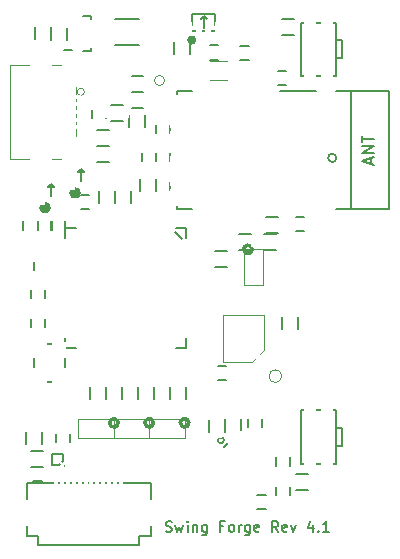
<source format=gto>
G04 #@! TF.FileFunction,Legend,Top*
%FSLAX46Y46*%
G04 Gerber Fmt 4.6, Leading zero omitted, Abs format (unit mm)*
G04 Created by KiCad (PCBNEW 4.0.1-stable) date 11/28/2016 11:50:17 AM*
%MOMM*%
G01*
G04 APERTURE LIST*
%ADD10C,0.100000*%
%ADD11C,0.200000*%
%ADD12C,0.050000*%
%ADD13C,0.150000*%
%ADD14C,0.203200*%
%ADD15C,0.099060*%
%ADD16C,0.152400*%
%ADD17C,0.300000*%
%ADD18C,0.500000*%
%ADD19R,0.300000X0.650000*%
%ADD20R,1.240000X0.775000*%
%ADD21R,2.400000X2.400000*%
%ADD22R,0.500000X0.900000*%
%ADD23R,0.900000X0.500000*%
%ADD24R,0.750000X0.800000*%
%ADD25R,0.800000X0.300000*%
%ADD26R,0.300000X0.800000*%
%ADD27R,1.000000X1.000000*%
%ADD28R,1.897380X1.897380*%
%ADD29R,1.897380X1.899920*%
%ADD30R,1.897380X1.795780*%
%ADD31R,1.597660X2.095500*%
%ADD32R,1.346200X0.398780*%
%ADD33R,0.679400X1.873200*%
%ADD34R,1.873200X0.679400*%
%ADD35R,0.850000X0.350000*%
%ADD36R,1.700000X0.500000*%
%ADD37R,0.500000X1.700000*%
%ADD38R,1.000000X1.800000*%
%ADD39R,0.800000X0.750000*%
%ADD40R,1.500000X1.000000*%
%ADD41R,0.500000X0.800000*%
%ADD42R,1.100000X1.100000*%
%ADD43R,0.300000X3.500000*%
%ADD44R,1.800000X2.200000*%
%ADD45C,1.800000*%
%ADD46R,0.800100X0.800100*%
%ADD47R,0.900000X1.700000*%
%ADD48R,1.050000X1.650000*%
%ADD49C,0.800000*%
%ADD50R,0.750000X0.500000*%
%ADD51R,3.000000X3.600000*%
%ADD52C,0.175000*%
%ADD53R,0.800000X0.500000*%
%ADD54R,1.200000X1.400000*%
%ADD55R,0.700000X0.300000*%
%ADD56R,0.800000X1.380000*%
%ADD57C,1.270000*%
G04 APERTURE END LIST*
D10*
D11*
X136825000Y-118789286D02*
X136953571Y-118832143D01*
X137167857Y-118832143D01*
X137253571Y-118789286D01*
X137296428Y-118746429D01*
X137339285Y-118660714D01*
X137339285Y-118575000D01*
X137296428Y-118489286D01*
X137253571Y-118446429D01*
X137167857Y-118403571D01*
X136996428Y-118360714D01*
X136910714Y-118317857D01*
X136867857Y-118275000D01*
X136825000Y-118189286D01*
X136825000Y-118103571D01*
X136867857Y-118017857D01*
X136910714Y-117975000D01*
X136996428Y-117932143D01*
X137210714Y-117932143D01*
X137339285Y-117975000D01*
X137639285Y-118232143D02*
X137810714Y-118832143D01*
X137982143Y-118403571D01*
X138153571Y-118832143D01*
X138325000Y-118232143D01*
X138667857Y-118832143D02*
X138667857Y-118232143D01*
X138667857Y-117932143D02*
X138625000Y-117975000D01*
X138667857Y-118017857D01*
X138710714Y-117975000D01*
X138667857Y-117932143D01*
X138667857Y-118017857D01*
X139096428Y-118232143D02*
X139096428Y-118832143D01*
X139096428Y-118317857D02*
X139139285Y-118275000D01*
X139224999Y-118232143D01*
X139353571Y-118232143D01*
X139439285Y-118275000D01*
X139482142Y-118360714D01*
X139482142Y-118832143D01*
X140296428Y-118232143D02*
X140296428Y-118960714D01*
X140253571Y-119046429D01*
X140210714Y-119089286D01*
X140124999Y-119132143D01*
X139996428Y-119132143D01*
X139910714Y-119089286D01*
X140296428Y-118789286D02*
X140210714Y-118832143D01*
X140039285Y-118832143D01*
X139953571Y-118789286D01*
X139910714Y-118746429D01*
X139867857Y-118660714D01*
X139867857Y-118403571D01*
X139910714Y-118317857D01*
X139953571Y-118275000D01*
X140039285Y-118232143D01*
X140210714Y-118232143D01*
X140296428Y-118275000D01*
X141710714Y-118360714D02*
X141410714Y-118360714D01*
X141410714Y-118832143D02*
X141410714Y-117932143D01*
X141839285Y-117932143D01*
X142310714Y-118832143D02*
X142225000Y-118789286D01*
X142182143Y-118746429D01*
X142139286Y-118660714D01*
X142139286Y-118403571D01*
X142182143Y-118317857D01*
X142225000Y-118275000D01*
X142310714Y-118232143D01*
X142439286Y-118232143D01*
X142525000Y-118275000D01*
X142567857Y-118317857D01*
X142610714Y-118403571D01*
X142610714Y-118660714D01*
X142567857Y-118746429D01*
X142525000Y-118789286D01*
X142439286Y-118832143D01*
X142310714Y-118832143D01*
X142996429Y-118832143D02*
X142996429Y-118232143D01*
X142996429Y-118403571D02*
X143039286Y-118317857D01*
X143082143Y-118275000D01*
X143167857Y-118232143D01*
X143253572Y-118232143D01*
X143939286Y-118232143D02*
X143939286Y-118960714D01*
X143896429Y-119046429D01*
X143853572Y-119089286D01*
X143767857Y-119132143D01*
X143639286Y-119132143D01*
X143553572Y-119089286D01*
X143939286Y-118789286D02*
X143853572Y-118832143D01*
X143682143Y-118832143D01*
X143596429Y-118789286D01*
X143553572Y-118746429D01*
X143510715Y-118660714D01*
X143510715Y-118403571D01*
X143553572Y-118317857D01*
X143596429Y-118275000D01*
X143682143Y-118232143D01*
X143853572Y-118232143D01*
X143939286Y-118275000D01*
X144710715Y-118789286D02*
X144625001Y-118832143D01*
X144453572Y-118832143D01*
X144367858Y-118789286D01*
X144325001Y-118703571D01*
X144325001Y-118360714D01*
X144367858Y-118275000D01*
X144453572Y-118232143D01*
X144625001Y-118232143D01*
X144710715Y-118275000D01*
X144753572Y-118360714D01*
X144753572Y-118446429D01*
X144325001Y-118532143D01*
X146339286Y-118832143D02*
X146039286Y-118403571D01*
X145825001Y-118832143D02*
X145825001Y-117932143D01*
X146167858Y-117932143D01*
X146253572Y-117975000D01*
X146296429Y-118017857D01*
X146339286Y-118103571D01*
X146339286Y-118232143D01*
X146296429Y-118317857D01*
X146253572Y-118360714D01*
X146167858Y-118403571D01*
X145825001Y-118403571D01*
X147067858Y-118789286D02*
X146982144Y-118832143D01*
X146810715Y-118832143D01*
X146725001Y-118789286D01*
X146682144Y-118703571D01*
X146682144Y-118360714D01*
X146725001Y-118275000D01*
X146810715Y-118232143D01*
X146982144Y-118232143D01*
X147067858Y-118275000D01*
X147110715Y-118360714D01*
X147110715Y-118446429D01*
X146682144Y-118532143D01*
X147410715Y-118232143D02*
X147625001Y-118832143D01*
X147839287Y-118232143D01*
X149253572Y-118232143D02*
X149253572Y-118832143D01*
X149039286Y-117889286D02*
X148825001Y-118532143D01*
X149382143Y-118532143D01*
X149725001Y-118746429D02*
X149767858Y-118789286D01*
X149725001Y-118832143D01*
X149682144Y-118789286D01*
X149725001Y-118746429D01*
X149725001Y-118832143D01*
X150625000Y-118832143D02*
X150110715Y-118832143D01*
X150367857Y-118832143D02*
X150367857Y-117932143D01*
X150282143Y-118060714D01*
X150196429Y-118146429D01*
X150110715Y-118189286D01*
D12*
X129930000Y-81587500D02*
G75*
G03X129930000Y-81587500I-300000J0D01*
G01*
D13*
X148850000Y-115250000D02*
X147850000Y-115250000D01*
X147850000Y-113900000D02*
X148850000Y-113900000D01*
X137550000Y-78400000D02*
X137550000Y-77400000D01*
X138900000Y-77400000D02*
X138900000Y-78400000D01*
X126625000Y-100825000D02*
X126625000Y-101525000D01*
X125425000Y-101525000D02*
X125425000Y-100825000D01*
X141739038Y-111078930D02*
G75*
G03X141739038Y-111078930I-250000J0D01*
G01*
D14*
X142089038Y-111328930D02*
X141739038Y-111678930D01*
D15*
X123843235Y-79291695D02*
X123645115Y-79291695D01*
X123843235Y-87292695D02*
X123645115Y-87292695D01*
X129243275Y-79291695D02*
X129243275Y-87292695D01*
X129243275Y-87292695D02*
X123843235Y-87292695D01*
X123645115Y-87292695D02*
X123645115Y-79291695D01*
X123843235Y-79291695D02*
X129243275Y-79291695D01*
D16*
X138542681Y-93983009D02*
X138542681Y-93094009D01*
X137653681Y-103304809D02*
X138542681Y-103304809D01*
X128331881Y-102415809D02*
X128331881Y-103304809D01*
X137577481Y-93424209D02*
X138212481Y-94059209D01*
X128331881Y-93094009D02*
X128331881Y-93983009D01*
X128331881Y-103304809D02*
X129220881Y-103304809D01*
X138542681Y-103304809D02*
X138542681Y-102415809D01*
X138542681Y-93094009D02*
X137653681Y-93094009D01*
X129220881Y-93094009D02*
X128331881Y-93094009D01*
D13*
X131780000Y-106580000D02*
X131780000Y-107580000D01*
X130430000Y-107580000D02*
X130430000Y-106580000D01*
D12*
X136730116Y-80625000D02*
G75*
G03X136730116Y-80625000I-430116J0D01*
G01*
D13*
X151263348Y-91526518D02*
X155763348Y-91526518D01*
X151263348Y-81526518D02*
X155763348Y-81526518D01*
X146513348Y-81526518D02*
X149513348Y-81526518D01*
X151263348Y-87176518D02*
G75*
G03X151263348Y-87176518I-350000J0D01*
G01*
X152513348Y-81526518D02*
X152513348Y-91526518D01*
X155763348Y-91526518D02*
X155763348Y-81526518D01*
X139013348Y-81526518D02*
X137763348Y-81526518D01*
X137763348Y-81526518D02*
X137763348Y-81776518D01*
X137763348Y-91526518D02*
X139013348Y-91526518D01*
X137763348Y-91276518D02*
X137763348Y-91526518D01*
D12*
X142919348Y-79775000D02*
X142919348Y-80575000D01*
X142919348Y-80575000D02*
X139719348Y-80575000D01*
X139719348Y-80575000D02*
X139719348Y-78975000D01*
X139719348Y-78975000D02*
X142919348Y-78975000D01*
X142919348Y-78975000D02*
X142919348Y-79775000D01*
D13*
X125650000Y-96685000D02*
X125650000Y-95985000D01*
X126850000Y-95985000D02*
X126850000Y-96685000D01*
X126575000Y-98350000D02*
X126575000Y-99050000D01*
X125375000Y-99050000D02*
X125375000Y-98350000D01*
X124775000Y-93250000D02*
X124775000Y-92550000D01*
X125975000Y-92550000D02*
X125975000Y-93250000D01*
X127131000Y-93252000D02*
X127131000Y-92552000D01*
X128331000Y-92552000D02*
X128331000Y-93252000D01*
X125975000Y-93250000D02*
X125975000Y-92550000D01*
X127175000Y-92550000D02*
X127175000Y-93250000D01*
X141225000Y-104800000D02*
X141925000Y-104800000D01*
X141925000Y-106000000D02*
X141225000Y-106000000D01*
X130350000Y-91475000D02*
X129650000Y-91475000D01*
X129650000Y-90275000D02*
X130350000Y-90275000D01*
X131744146Y-83086050D02*
X131744146Y-83786050D01*
X130544146Y-83786050D02*
X130544146Y-83086050D01*
X128900000Y-79200000D02*
X128200000Y-79200000D01*
X128200000Y-78000000D02*
X128900000Y-78000000D01*
X127555000Y-111230000D02*
X127555000Y-110530000D01*
X128755000Y-110530000D02*
X128755000Y-111230000D01*
X126355000Y-111220000D02*
X126355000Y-110520000D01*
X127555000Y-110520000D02*
X127555000Y-111220000D01*
X126305000Y-114550000D02*
X125605000Y-114550000D01*
X125605000Y-113350000D02*
X126305000Y-113350000D01*
X148525000Y-93400000D02*
X147825000Y-93400000D01*
X147825000Y-92200000D02*
X148525000Y-92200000D01*
X134775000Y-87475000D02*
X134775000Y-86775000D01*
X135975000Y-86775000D02*
X135975000Y-87475000D01*
X137175000Y-89200000D02*
X137175000Y-89900000D01*
X135975000Y-89900000D02*
X135975000Y-89200000D01*
X146325000Y-79800000D02*
X147025000Y-79800000D01*
X147025000Y-81000000D02*
X146325000Y-81000000D01*
X143141000Y-77675000D02*
X143841000Y-77675000D01*
X143841000Y-78875000D02*
X143141000Y-78875000D01*
X140550000Y-77650000D02*
X141250000Y-77650000D01*
X141250000Y-78850000D02*
X140550000Y-78850000D01*
X146125000Y-115700000D02*
X146125000Y-115000000D01*
X147325000Y-115000000D02*
X147325000Y-115700000D01*
X147325000Y-112525000D02*
X147325000Y-113225000D01*
X146125000Y-113225000D02*
X146125000Y-112525000D01*
X145275000Y-116875000D02*
X144575000Y-116875000D01*
X144575000Y-115675000D02*
X145275000Y-115675000D01*
X145000000Y-109250000D02*
X145000000Y-109950000D01*
X143800000Y-109950000D02*
X143800000Y-109250000D01*
D17*
X139248607Y-77200000D02*
G75*
G03X139248607Y-77200000I-223607J0D01*
G01*
D13*
X139025000Y-74950000D02*
X139025000Y-75950000D01*
X139025000Y-75950000D02*
X138525000Y-75950000D01*
X138525000Y-75950000D02*
X138525000Y-76450000D01*
X138525000Y-76450000D02*
X141525000Y-76450000D01*
X141525000Y-76450000D02*
X141525000Y-75950000D01*
X141525000Y-75950000D02*
X141025000Y-75950000D01*
X141025000Y-75950000D02*
X141025000Y-74950000D01*
X140025000Y-75200000D02*
X140275000Y-75450000D01*
X140025000Y-76200000D02*
X140025000Y-75200000D01*
X140025000Y-75200000D02*
X139775000Y-75450000D01*
X141025000Y-74950000D02*
X139025000Y-74950000D01*
X127100000Y-90400000D02*
X127100000Y-89400000D01*
X127100000Y-89400000D02*
X126850000Y-89650000D01*
X126850000Y-89650000D02*
X127350000Y-89650000D01*
X127350000Y-89650000D02*
X127100000Y-89400000D01*
D18*
X126850000Y-91400000D02*
G75*
G03X126850000Y-91400000I-250000J0D01*
G01*
D13*
X129650000Y-89150000D02*
X129650000Y-88150000D01*
X129650000Y-88150000D02*
X129400000Y-88400000D01*
X129400000Y-88400000D02*
X129900000Y-88400000D01*
X129900000Y-88400000D02*
X129650000Y-88150000D01*
D18*
X129400000Y-90150000D02*
G75*
G03X129400000Y-90150000I-250000J0D01*
G01*
D13*
X137190000Y-84375000D02*
X137190000Y-85075000D01*
X135990000Y-85075000D02*
X135990000Y-84375000D01*
X137190000Y-86775000D02*
X137190000Y-87475000D01*
X135990000Y-87475000D02*
X135990000Y-86775000D01*
X125035000Y-114680000D02*
X125035000Y-119180000D01*
X135535000Y-119180000D02*
X135535000Y-114680000D01*
X126035000Y-119930000D02*
X134535000Y-119930000D01*
X125035000Y-119180000D02*
X126035000Y-119180000D01*
X126035000Y-119180000D02*
X126035000Y-119930000D01*
X135535000Y-119180000D02*
X134535000Y-119180000D01*
X134535000Y-119180000D02*
X134535000Y-119930000D01*
X128285000Y-114680000D02*
X125035000Y-114680000D01*
X133285000Y-114680000D02*
X135535000Y-114680000D01*
X133285000Y-114680000D02*
X128285000Y-114680000D01*
X130476000Y-77949160D02*
X130476000Y-77900900D01*
X129774960Y-75150180D02*
X130476000Y-75150180D01*
X130476000Y-75150180D02*
X130476000Y-75399100D01*
X130476000Y-77949160D02*
X130476000Y-78149820D01*
X130476000Y-78149820D02*
X129774960Y-78149820D01*
X133850000Y-90000000D02*
X133850000Y-91000000D01*
X132500000Y-91000000D02*
X132500000Y-90000000D01*
X132491937Y-90001003D02*
X132491937Y-91001003D01*
X131141937Y-91001003D02*
X131141937Y-90001003D01*
X140450000Y-110350000D02*
X140450000Y-109350000D01*
X141800000Y-109350000D02*
X141800000Y-110350000D01*
X141825000Y-110250000D02*
X141825000Y-109250000D01*
X143175000Y-109250000D02*
X143175000Y-110250000D01*
X131035000Y-84780000D02*
X132035000Y-84780000D01*
X132035000Y-86130000D02*
X131035000Y-86130000D01*
X131025000Y-86130000D02*
X132025000Y-86130000D01*
X132025000Y-87480000D02*
X131025000Y-87480000D01*
X132169146Y-82736050D02*
X133169146Y-82736050D01*
X133169146Y-84086050D02*
X132169146Y-84086050D01*
X146650000Y-101650000D02*
X146650000Y-100650000D01*
X148000000Y-100650000D02*
X148000000Y-101650000D01*
X133925000Y-81625000D02*
X134925000Y-81625000D01*
X134925000Y-82975000D02*
X133925000Y-82975000D01*
X128475000Y-76150000D02*
X128475000Y-77150000D01*
X127125000Y-77150000D02*
X127125000Y-76150000D01*
X143050000Y-93625000D02*
X144050000Y-93625000D01*
X144050000Y-94975000D02*
X143050000Y-94975000D01*
X133750000Y-84575000D02*
X133750000Y-83575000D01*
X135100000Y-83575000D02*
X135100000Y-84575000D01*
X125775000Y-77125000D02*
X125775000Y-76125000D01*
X127125000Y-76125000D02*
X127125000Y-77125000D01*
X146150000Y-94975000D02*
X145150000Y-94975000D01*
X145150000Y-93625000D02*
X146150000Y-93625000D01*
X125000000Y-111390000D02*
X125000000Y-110390000D01*
X126350000Y-110390000D02*
X126350000Y-111390000D01*
X145300000Y-92150000D02*
X146300000Y-92150000D01*
X146300000Y-93500000D02*
X145300000Y-93500000D01*
X134625000Y-89975000D02*
X134625000Y-88975000D01*
X135975000Y-88975000D02*
X135975000Y-89975000D01*
X147665000Y-76735000D02*
X146665000Y-76735000D01*
X146665000Y-75385000D02*
X147665000Y-75385000D01*
X125400000Y-112015000D02*
X126400000Y-112015000D01*
X126400000Y-113365000D02*
X125400000Y-113365000D01*
X133925000Y-80275000D02*
X134925000Y-80275000D01*
X134925000Y-81625000D02*
X133925000Y-81625000D01*
X132550000Y-75450000D02*
X134550000Y-75450000D01*
X134550000Y-77600000D02*
X132550000Y-77600000D01*
X140975000Y-95025000D02*
X141975000Y-95025000D01*
X141975000Y-96375000D02*
X140975000Y-96375000D01*
X138530000Y-106560000D02*
X138530000Y-107560000D01*
X137180000Y-107560000D02*
X137180000Y-106560000D01*
X137180000Y-106560000D02*
X137180000Y-107560000D01*
X135830000Y-107560000D02*
X135830000Y-106560000D01*
X135840000Y-106570000D02*
X135840000Y-107570000D01*
X134490000Y-107570000D02*
X134490000Y-106570000D01*
X134490000Y-106570000D02*
X134490000Y-107570000D01*
X133140000Y-107570000D02*
X133140000Y-106570000D01*
X133140000Y-106580000D02*
X133140000Y-107580000D01*
X131790000Y-107580000D02*
X131790000Y-106580000D01*
X151250000Y-110050000D02*
X151750000Y-110050000D01*
X151750000Y-110050000D02*
X151750000Y-111550000D01*
X151750000Y-111550000D02*
X151250000Y-111550000D01*
X148250000Y-113050000D02*
X151250000Y-113050000D01*
X151250000Y-113050000D02*
X151250000Y-108550000D01*
X151250000Y-108550000D02*
X148250000Y-108550000D01*
X148250000Y-108550000D02*
X148250000Y-113050000D01*
D12*
X146638516Y-105650000D02*
G75*
G03X146638516Y-105650000I-538516J0D01*
G01*
X141700000Y-104450000D02*
X144100000Y-104450000D01*
X145100000Y-103450000D02*
X145100000Y-100450000D01*
X144100000Y-104450000D02*
X145100000Y-103450000D01*
X141700000Y-100450000D02*
X145100000Y-100450000D01*
X141700000Y-104450000D02*
X141700000Y-100450000D01*
D13*
X128164855Y-112205275D02*
X128164855Y-112855275D01*
X128164855Y-112855275D02*
X127814855Y-113205275D01*
X127814855Y-113205275D02*
X127164855Y-113205275D01*
X128264855Y-113255275D02*
G75*
G03X128264855Y-113255275I-50000J0D01*
G01*
X127164855Y-113205275D02*
X127164855Y-112205275D01*
X127164855Y-112205275D02*
X128164855Y-112205275D01*
D17*
X144128553Y-94925000D02*
G75*
G03X144128553Y-94925000I-353553J0D01*
G01*
D12*
X144275000Y-94925000D02*
X143475000Y-94925000D01*
X143475000Y-94925000D02*
X143475000Y-97925000D01*
X143475000Y-97925000D02*
X145075000Y-97925000D01*
X145075000Y-97925000D02*
X145075000Y-94925000D01*
X145075000Y-94925000D02*
X144275000Y-94925000D01*
D17*
X138768090Y-109601383D02*
G75*
G03X138768090Y-109601383I-353553J0D01*
G01*
D12*
X138414537Y-110101383D02*
X138414537Y-109301383D01*
X138414537Y-109301383D02*
X135414537Y-109301383D01*
X135414537Y-109301383D02*
X135414537Y-110901383D01*
X135414537Y-110901383D02*
X138414537Y-110901383D01*
X138414537Y-110901383D02*
X138414537Y-110101383D01*
D17*
X135768090Y-109601383D02*
G75*
G03X135768090Y-109601383I-353553J0D01*
G01*
D12*
X135414537Y-110101383D02*
X135414537Y-109301383D01*
X135414537Y-109301383D02*
X132414537Y-109301383D01*
X132414537Y-109301383D02*
X132414537Y-110901383D01*
X132414537Y-110901383D02*
X135414537Y-110901383D01*
X135414537Y-110901383D02*
X135414537Y-110101383D01*
D17*
X132788553Y-109605000D02*
G75*
G03X132788553Y-109605000I-353553J0D01*
G01*
D12*
X132435000Y-110105000D02*
X132435000Y-109305000D01*
X132435000Y-109305000D02*
X129435000Y-109305000D01*
X129435000Y-109305000D02*
X129435000Y-110905000D01*
X129435000Y-110905000D02*
X132435000Y-110905000D01*
X132435000Y-110905000D02*
X132435000Y-110105000D01*
D13*
X128275000Y-102925000D02*
X128275000Y-106125000D01*
X128275000Y-106125000D02*
X125675000Y-106125000D01*
X125675000Y-106125000D02*
X125675000Y-102925000D01*
X125675000Y-102925000D02*
X128275000Y-102925000D01*
X151250000Y-77225000D02*
X151750000Y-77225000D01*
X151750000Y-77225000D02*
X151750000Y-78725000D01*
X151750000Y-78725000D02*
X151250000Y-78725000D01*
X148250000Y-80225000D02*
X151250000Y-80225000D01*
X151250000Y-80225000D02*
X151250000Y-75725000D01*
X151250000Y-75725000D02*
X148250000Y-75725000D01*
X148250000Y-75725000D02*
X148250000Y-80225000D01*
X154180015Y-87669375D02*
X154180015Y-87193184D01*
X154465729Y-87764613D02*
X153465729Y-87431280D01*
X154465729Y-87097946D01*
X154465729Y-86764613D02*
X153465729Y-86764613D01*
X154465729Y-86193184D01*
X153465729Y-86193184D01*
X153465729Y-85859851D02*
X153465729Y-85288422D01*
X154465729Y-85574137D02*
X153465729Y-85574137D01*
%LPC*%
D10*
G36*
X143239038Y-113828930D02*
X144239038Y-113828930D01*
X144239038Y-112828930D01*
X143239038Y-112828930D01*
X143239038Y-113828930D01*
G37*
D19*
X130630000Y-81737500D03*
X131130000Y-81737500D03*
X131630000Y-81737500D03*
X132130000Y-81737500D03*
X132630000Y-81737500D03*
X132630000Y-78637500D03*
X132130000Y-78637500D03*
X131630000Y-78637500D03*
X131130000Y-78637500D03*
X130630000Y-78637500D03*
D20*
X132250000Y-79800000D03*
X131010000Y-79800000D03*
X132250000Y-80575000D03*
X131010000Y-80575000D03*
D21*
X149525000Y-98225000D03*
X149525000Y-102625000D03*
D22*
X147600000Y-114575000D03*
X149100000Y-114575000D03*
D23*
X138225000Y-77150000D03*
X138225000Y-78650000D03*
D24*
X126025000Y-100425000D03*
X126025000Y-101925000D03*
D25*
X141739038Y-112078930D03*
X141739038Y-112578930D03*
X141739038Y-113078930D03*
X141739038Y-113578930D03*
X141739038Y-114078930D03*
X141739038Y-114578930D03*
D26*
X142489038Y-115328930D03*
X142989038Y-115328930D03*
X143489038Y-115328930D03*
X143989038Y-115328930D03*
X144489038Y-115328930D03*
X144989038Y-115328930D03*
D25*
X145739038Y-114578930D03*
X145739038Y-114078930D03*
X145739038Y-113578930D03*
X145739038Y-113078930D03*
X145739038Y-112578930D03*
X145739038Y-112078930D03*
D26*
X144989038Y-111328930D03*
X144489038Y-111328930D03*
X143989038Y-111328930D03*
X143489038Y-111328930D03*
X142989038Y-111328930D03*
X142489038Y-111328930D03*
D27*
X143739038Y-113328930D03*
D28*
X126291795Y-82093315D03*
D29*
X126291795Y-84491075D03*
D30*
X126291795Y-87092035D03*
D31*
X128841955Y-80193395D03*
D32*
X128968955Y-81994255D03*
X128968955Y-82644495D03*
X128968955Y-83292195D03*
X128968955Y-83939895D03*
X128968955Y-84590135D03*
D31*
X128841955Y-86390995D03*
D30*
X126291795Y-79492355D03*
D33*
X137196481Y-92484409D03*
X136688481Y-92484409D03*
X136180481Y-92484409D03*
X135697881Y-92484409D03*
X135189881Y-92484409D03*
X134681881Y-92484409D03*
X134199281Y-92484409D03*
X133691281Y-92484409D03*
X133183281Y-92484409D03*
X132675281Y-92484409D03*
X132192681Y-92484409D03*
X131684681Y-92484409D03*
X131176681Y-92484409D03*
X130694081Y-92484409D03*
X130186081Y-92484409D03*
X129678081Y-92484409D03*
D34*
X127722281Y-94440209D03*
X127722281Y-94948209D03*
X127722281Y-95456209D03*
X127722281Y-95938809D03*
X127722281Y-96446809D03*
X127722281Y-96954809D03*
X127722281Y-97437409D03*
X127722281Y-97945409D03*
X127722281Y-98453409D03*
X127722281Y-98961409D03*
X127722281Y-99444009D03*
X127722281Y-99952009D03*
X127722281Y-100460009D03*
X127722281Y-100942609D03*
X127722281Y-101450609D03*
X127722281Y-101958609D03*
D33*
X129678081Y-103914409D03*
X130186081Y-103914409D03*
X130694081Y-103914409D03*
X131176681Y-103914409D03*
X131684681Y-103914409D03*
X132192681Y-103914409D03*
X132675281Y-103914409D03*
X133183281Y-103914409D03*
X133691281Y-103914409D03*
X134199281Y-103914409D03*
X134681881Y-103914409D03*
X135189881Y-103914409D03*
X135697881Y-103914409D03*
X136180481Y-103914409D03*
X136688481Y-103914409D03*
X137196481Y-103914409D03*
D34*
X139152281Y-101958609D03*
X139152281Y-101450609D03*
X139152281Y-100942609D03*
X139152281Y-100460009D03*
X139152281Y-99952009D03*
X139152281Y-99444009D03*
X139152281Y-98961409D03*
X139152281Y-98453409D03*
X139152281Y-97945409D03*
X139152281Y-97437409D03*
X139152281Y-96954809D03*
X139152281Y-96446809D03*
X139152281Y-95938809D03*
X139152281Y-95456209D03*
X139152281Y-94948209D03*
X139152281Y-94440209D03*
D23*
X131105000Y-107830000D03*
X131105000Y-106330000D03*
D35*
X136300000Y-79675000D03*
X136300000Y-79025000D03*
X136300000Y-78375000D03*
X134100000Y-78375000D03*
X134100000Y-79025000D03*
X134100000Y-79675000D03*
D36*
X138013348Y-82326518D03*
X138013348Y-83026518D03*
X138013348Y-83726518D03*
X138013348Y-84426518D03*
X138013348Y-85126518D03*
X138013348Y-85826518D03*
X138013348Y-86526518D03*
X138013348Y-87226518D03*
X138013348Y-87926518D03*
X138013348Y-88626518D03*
X138013348Y-89326518D03*
X138013348Y-90026518D03*
X138013348Y-90726518D03*
D37*
X150763348Y-81776518D03*
X150063348Y-81776518D03*
X139563348Y-91276518D03*
X140263348Y-91276518D03*
X140963348Y-91276518D03*
X141663348Y-91276518D03*
X142363348Y-91276518D03*
X143063348Y-91276518D03*
X143763348Y-91276518D03*
X144463348Y-91276518D03*
X145163348Y-91276518D03*
X145863348Y-91276518D03*
X146563348Y-91276518D03*
X147263348Y-91276518D03*
X147963348Y-91276518D03*
X148663348Y-91276518D03*
X149363348Y-91276518D03*
X150063348Y-91276518D03*
X150763348Y-91276518D03*
X145863348Y-81776518D03*
X145163348Y-81776518D03*
X144463348Y-81776518D03*
X143763348Y-81776518D03*
X143063348Y-81776518D03*
X142363348Y-81776518D03*
X141663348Y-81776518D03*
X140963348Y-81776518D03*
X140263348Y-81776518D03*
X139563348Y-81776518D03*
D38*
X142594348Y-79775000D03*
X140044348Y-79775000D03*
D24*
X126250000Y-97085000D03*
X126250000Y-95585000D03*
X125975000Y-97950000D03*
X125975000Y-99450000D03*
X125375000Y-93650000D03*
X125375000Y-92150000D03*
X127731000Y-93652000D03*
X127731000Y-92152000D03*
X126575000Y-93650000D03*
X126575000Y-92150000D03*
D39*
X140825000Y-105400000D03*
X142325000Y-105400000D03*
X130750000Y-90875000D03*
X129250000Y-90875000D03*
D24*
X131144146Y-82686050D03*
X131144146Y-84186050D03*
D39*
X129300000Y-78600000D03*
X127800000Y-78600000D03*
D24*
X128155000Y-111630000D03*
X128155000Y-110130000D03*
X126955000Y-111620000D03*
X126955000Y-110120000D03*
D39*
X126705000Y-113950000D03*
X125205000Y-113950000D03*
X148925000Y-92800000D03*
X147425000Y-92800000D03*
D24*
X135375000Y-87875000D03*
X135375000Y-86375000D03*
X136575000Y-88800000D03*
X136575000Y-90300000D03*
D39*
X145925000Y-80400000D03*
X147425000Y-80400000D03*
X142741000Y-78275000D03*
X144241000Y-78275000D03*
X140150000Y-78250000D03*
X141650000Y-78250000D03*
D24*
X146725000Y-116100000D03*
X146725000Y-114600000D03*
X146725000Y-112125000D03*
X146725000Y-113625000D03*
D39*
X145675000Y-116275000D03*
X144175000Y-116275000D03*
D24*
X144400000Y-108850000D03*
X144400000Y-110350000D03*
D40*
X138275000Y-76200000D03*
X141775000Y-76200000D03*
D41*
X139625000Y-76700000D03*
X140425000Y-76700000D03*
D42*
X128100000Y-90650000D03*
X126100000Y-90650000D03*
X130650000Y-89400000D03*
X128650000Y-89400000D03*
D24*
X136590000Y-83975000D03*
X136590000Y-85475000D03*
X136590000Y-86375000D03*
X136590000Y-87875000D03*
D43*
X133035000Y-115180000D03*
X132535000Y-115180000D03*
X132035000Y-115180000D03*
X131535000Y-115180000D03*
X131035000Y-115180000D03*
X130535000Y-115180000D03*
X130035000Y-115180000D03*
X129535000Y-115180000D03*
X129035000Y-115180000D03*
X128535000Y-115180000D03*
D44*
X134935000Y-117280000D03*
X125635000Y-117280000D03*
D43*
X128035000Y-115180000D03*
X127535000Y-115180000D03*
D45*
X149800000Y-94150000D03*
X147400000Y-106550000D03*
X149800000Y-106550000D03*
D46*
X128825000Y-75700000D03*
X128825000Y-77600000D03*
X130823980Y-76650000D03*
D23*
X133175000Y-91250000D03*
X133175000Y-89750000D03*
X131816937Y-91251003D03*
X131816937Y-89751003D03*
X141125000Y-109100000D03*
X141125000Y-110600000D03*
X142500000Y-109000000D03*
X142500000Y-110500000D03*
D22*
X132285000Y-85455000D03*
X130785000Y-85455000D03*
X132275000Y-86805000D03*
X130775000Y-86805000D03*
X133419146Y-83411050D03*
X131919146Y-83411050D03*
D23*
X147325000Y-100400000D03*
X147325000Y-101900000D03*
D22*
X135175000Y-82300000D03*
X133675000Y-82300000D03*
D23*
X127800000Y-77400000D03*
X127800000Y-75900000D03*
D22*
X144300000Y-94300000D03*
X142800000Y-94300000D03*
D23*
X134425000Y-83325000D03*
X134425000Y-84825000D03*
X126450000Y-75875000D03*
X126450000Y-77375000D03*
D22*
X144900000Y-94300000D03*
X146400000Y-94300000D03*
D23*
X125675000Y-110140000D03*
X125675000Y-111640000D03*
D22*
X146550000Y-92825000D03*
X145050000Y-92825000D03*
D23*
X135300000Y-88725000D03*
X135300000Y-90225000D03*
D22*
X146415000Y-76060000D03*
X147915000Y-76060000D03*
X126650000Y-112690000D03*
X125150000Y-112690000D03*
X135175000Y-80950000D03*
X133675000Y-80950000D03*
D47*
X135000000Y-76525000D03*
X132100000Y-76525000D03*
D22*
X142225000Y-95700000D03*
X140725000Y-95700000D03*
D23*
X137855000Y-107810000D03*
X137855000Y-106310000D03*
X136505000Y-107810000D03*
X136505000Y-106310000D03*
X135165000Y-107820000D03*
X135165000Y-106320000D03*
X133815000Y-107820000D03*
X133815000Y-106320000D03*
X132465000Y-107830000D03*
X132465000Y-106330000D03*
D48*
X149050000Y-112750000D03*
X150450000Y-112750000D03*
X150450000Y-108850000D03*
X149050000Y-108850000D03*
D49*
X150550000Y-108775000D03*
X150550000Y-112825000D03*
D50*
X146025000Y-104355000D03*
X146025000Y-103085000D03*
X146025000Y-101815000D03*
X146025000Y-100545000D03*
X140775000Y-100545000D03*
X140775000Y-101815000D03*
X140775000Y-103085000D03*
X140775000Y-104355000D03*
D51*
X143400000Y-102450000D03*
D52*
X127664855Y-112705275D03*
X127364855Y-112705275D03*
X127964855Y-112405275D03*
X127664855Y-112405275D03*
X127364855Y-112405275D03*
X127964855Y-113005275D03*
X127664855Y-113005275D03*
X127364855Y-113005275D03*
X127964855Y-112705275D03*
D53*
X143075000Y-96425000D03*
X143075000Y-95475000D03*
X143075000Y-97375000D03*
X145475000Y-97375000D03*
X145475000Y-96425000D03*
X145475000Y-95475000D03*
D41*
X136914537Y-108901383D03*
X137864537Y-108901383D03*
X135964537Y-108901383D03*
X135964537Y-111301383D03*
X136914537Y-111301383D03*
X137864537Y-111301383D03*
X133914537Y-108901383D03*
X134864537Y-108901383D03*
X132964537Y-108901383D03*
X132964537Y-111301383D03*
X133914537Y-111301383D03*
X134864537Y-111301383D03*
X130935000Y-108905000D03*
X131885000Y-108905000D03*
X129985000Y-108905000D03*
X129985000Y-111305000D03*
X130935000Y-111305000D03*
X131885000Y-111305000D03*
D54*
X126175000Y-103425000D03*
X126175000Y-105625000D03*
X127775000Y-103425000D03*
X127775000Y-105625000D03*
D48*
X149050000Y-79925000D03*
X150450000Y-79925000D03*
X150450000Y-76025000D03*
X149050000Y-76025000D03*
D49*
X150550000Y-75950000D03*
X150550000Y-80000000D03*
D55*
X128035000Y-109060000D03*
X128035000Y-108560000D03*
X128035000Y-108060000D03*
X128035000Y-107560000D03*
X126035000Y-107560000D03*
X126035000Y-108060000D03*
X126035000Y-108560000D03*
X126035000Y-109060000D03*
D56*
X127035000Y-108310000D03*
D57*
X125050000Y-95225000D03*
M02*

</source>
